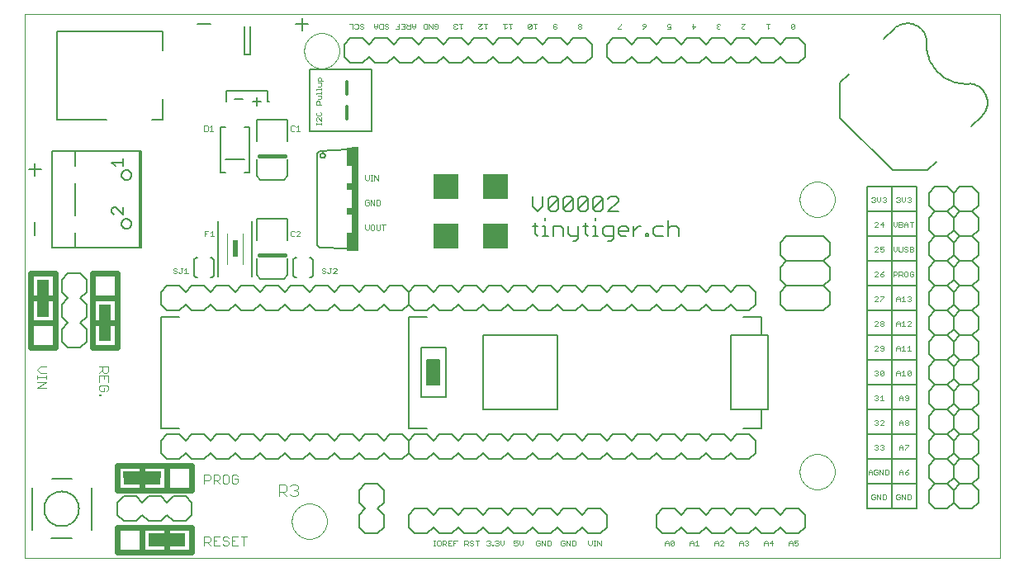
<source format=gto>
G75*
G70*
%OFA0B0*%
%FSLAX24Y24*%
%IPPOS*%
%LPD*%
%AMOC8*
5,1,8,0,0,1.08239X$1,22.5*
%
%ADD10C,0.0000*%
%ADD11C,0.0070*%
%ADD12C,0.0240*%
%ADD13R,0.0500X0.1500*%
%ADD14R,0.0500X0.1250*%
%ADD15C,0.0030*%
%ADD16R,0.1250X0.0250*%
%ADD17R,0.1500X0.0250*%
%ADD18R,0.0250X0.0250*%
%ADD19C,0.0080*%
%ADD20C,0.0020*%
%ADD21R,0.1000X0.1000*%
%ADD22C,0.0050*%
%ADD23C,0.0120*%
%ADD24R,0.0500X0.1000*%
%ADD25C,0.0060*%
%ADD26R,0.0300X0.4200*%
%ADD27R,0.0200X0.0750*%
%ADD28R,0.0200X0.0300*%
%ADD29C,0.0157*%
%ADD30C,0.0028*%
%ADD31R,0.0236X0.0709*%
%ADD32R,0.0236X0.0433*%
%ADD33C,0.0040*%
D10*
X000500Y000100D02*
X000500Y022096D01*
X039870Y022096D01*
X039870Y000100D01*
X000500Y000100D01*
X011291Y001600D02*
X011293Y001653D01*
X011299Y001706D01*
X011309Y001758D01*
X011322Y001809D01*
X011340Y001859D01*
X011361Y001908D01*
X011386Y001955D01*
X011414Y001999D01*
X011446Y002042D01*
X011480Y002082D01*
X011518Y002120D01*
X011558Y002154D01*
X011601Y002186D01*
X011646Y002214D01*
X011692Y002239D01*
X011741Y002260D01*
X011791Y002278D01*
X011842Y002291D01*
X011894Y002301D01*
X011947Y002307D01*
X012000Y002309D01*
X012053Y002307D01*
X012106Y002301D01*
X012158Y002291D01*
X012209Y002278D01*
X012259Y002260D01*
X012308Y002239D01*
X012355Y002214D01*
X012399Y002186D01*
X012442Y002154D01*
X012482Y002120D01*
X012520Y002082D01*
X012554Y002042D01*
X012586Y001999D01*
X012614Y001954D01*
X012639Y001908D01*
X012660Y001859D01*
X012678Y001809D01*
X012691Y001758D01*
X012701Y001706D01*
X012707Y001653D01*
X012709Y001600D01*
X012707Y001547D01*
X012701Y001494D01*
X012691Y001442D01*
X012678Y001391D01*
X012660Y001341D01*
X012639Y001292D01*
X012614Y001245D01*
X012586Y001201D01*
X012554Y001158D01*
X012520Y001118D01*
X012482Y001080D01*
X012442Y001046D01*
X012399Y001014D01*
X012354Y000986D01*
X012308Y000961D01*
X012259Y000940D01*
X012209Y000922D01*
X012158Y000909D01*
X012106Y000899D01*
X012053Y000893D01*
X012000Y000891D01*
X011947Y000893D01*
X011894Y000899D01*
X011842Y000909D01*
X011791Y000922D01*
X011741Y000940D01*
X011692Y000961D01*
X011645Y000986D01*
X011601Y001014D01*
X011558Y001046D01*
X011518Y001080D01*
X011480Y001118D01*
X011446Y001158D01*
X011414Y001201D01*
X011386Y001246D01*
X011361Y001292D01*
X011340Y001341D01*
X011322Y001391D01*
X011309Y001442D01*
X011299Y001494D01*
X011293Y001547D01*
X011291Y001600D01*
X031791Y003600D02*
X031793Y003653D01*
X031799Y003706D01*
X031809Y003758D01*
X031822Y003809D01*
X031840Y003859D01*
X031861Y003908D01*
X031886Y003955D01*
X031914Y003999D01*
X031946Y004042D01*
X031980Y004082D01*
X032018Y004120D01*
X032058Y004154D01*
X032101Y004186D01*
X032146Y004214D01*
X032192Y004239D01*
X032241Y004260D01*
X032291Y004278D01*
X032342Y004291D01*
X032394Y004301D01*
X032447Y004307D01*
X032500Y004309D01*
X032553Y004307D01*
X032606Y004301D01*
X032658Y004291D01*
X032709Y004278D01*
X032759Y004260D01*
X032808Y004239D01*
X032855Y004214D01*
X032899Y004186D01*
X032942Y004154D01*
X032982Y004120D01*
X033020Y004082D01*
X033054Y004042D01*
X033086Y003999D01*
X033114Y003954D01*
X033139Y003908D01*
X033160Y003859D01*
X033178Y003809D01*
X033191Y003758D01*
X033201Y003706D01*
X033207Y003653D01*
X033209Y003600D01*
X033207Y003547D01*
X033201Y003494D01*
X033191Y003442D01*
X033178Y003391D01*
X033160Y003341D01*
X033139Y003292D01*
X033114Y003245D01*
X033086Y003201D01*
X033054Y003158D01*
X033020Y003118D01*
X032982Y003080D01*
X032942Y003046D01*
X032899Y003014D01*
X032854Y002986D01*
X032808Y002961D01*
X032759Y002940D01*
X032709Y002922D01*
X032658Y002909D01*
X032606Y002899D01*
X032553Y002893D01*
X032500Y002891D01*
X032447Y002893D01*
X032394Y002899D01*
X032342Y002909D01*
X032291Y002922D01*
X032241Y002940D01*
X032192Y002961D01*
X032145Y002986D01*
X032101Y003014D01*
X032058Y003046D01*
X032018Y003080D01*
X031980Y003118D01*
X031946Y003158D01*
X031914Y003201D01*
X031886Y003246D01*
X031861Y003292D01*
X031840Y003341D01*
X031822Y003391D01*
X031809Y003442D01*
X031799Y003494D01*
X031793Y003547D01*
X031791Y003600D01*
X031791Y014600D02*
X031793Y014653D01*
X031799Y014706D01*
X031809Y014758D01*
X031822Y014809D01*
X031840Y014859D01*
X031861Y014908D01*
X031886Y014955D01*
X031914Y014999D01*
X031946Y015042D01*
X031980Y015082D01*
X032018Y015120D01*
X032058Y015154D01*
X032101Y015186D01*
X032146Y015214D01*
X032192Y015239D01*
X032241Y015260D01*
X032291Y015278D01*
X032342Y015291D01*
X032394Y015301D01*
X032447Y015307D01*
X032500Y015309D01*
X032553Y015307D01*
X032606Y015301D01*
X032658Y015291D01*
X032709Y015278D01*
X032759Y015260D01*
X032808Y015239D01*
X032855Y015214D01*
X032899Y015186D01*
X032942Y015154D01*
X032982Y015120D01*
X033020Y015082D01*
X033054Y015042D01*
X033086Y014999D01*
X033114Y014954D01*
X033139Y014908D01*
X033160Y014859D01*
X033178Y014809D01*
X033191Y014758D01*
X033201Y014706D01*
X033207Y014653D01*
X033209Y014600D01*
X033207Y014547D01*
X033201Y014494D01*
X033191Y014442D01*
X033178Y014391D01*
X033160Y014341D01*
X033139Y014292D01*
X033114Y014245D01*
X033086Y014201D01*
X033054Y014158D01*
X033020Y014118D01*
X032982Y014080D01*
X032942Y014046D01*
X032899Y014014D01*
X032854Y013986D01*
X032808Y013961D01*
X032759Y013940D01*
X032709Y013922D01*
X032658Y013909D01*
X032606Y013899D01*
X032553Y013893D01*
X032500Y013891D01*
X032447Y013893D01*
X032394Y013899D01*
X032342Y013909D01*
X032291Y013922D01*
X032241Y013940D01*
X032192Y013961D01*
X032145Y013986D01*
X032101Y014014D01*
X032058Y014046D01*
X032018Y014080D01*
X031980Y014118D01*
X031946Y014158D01*
X031914Y014201D01*
X031886Y014246D01*
X031861Y014292D01*
X031840Y014341D01*
X031822Y014391D01*
X031809Y014442D01*
X031799Y014494D01*
X031793Y014547D01*
X031791Y014600D01*
X011791Y020600D02*
X011793Y020653D01*
X011799Y020706D01*
X011809Y020758D01*
X011822Y020809D01*
X011840Y020859D01*
X011861Y020908D01*
X011886Y020955D01*
X011914Y020999D01*
X011946Y021042D01*
X011980Y021082D01*
X012018Y021120D01*
X012058Y021154D01*
X012101Y021186D01*
X012146Y021214D01*
X012192Y021239D01*
X012241Y021260D01*
X012291Y021278D01*
X012342Y021291D01*
X012394Y021301D01*
X012447Y021307D01*
X012500Y021309D01*
X012553Y021307D01*
X012606Y021301D01*
X012658Y021291D01*
X012709Y021278D01*
X012759Y021260D01*
X012808Y021239D01*
X012855Y021214D01*
X012899Y021186D01*
X012942Y021154D01*
X012982Y021120D01*
X013020Y021082D01*
X013054Y021042D01*
X013086Y020999D01*
X013114Y020954D01*
X013139Y020908D01*
X013160Y020859D01*
X013178Y020809D01*
X013191Y020758D01*
X013201Y020706D01*
X013207Y020653D01*
X013209Y020600D01*
X013207Y020547D01*
X013201Y020494D01*
X013191Y020442D01*
X013178Y020391D01*
X013160Y020341D01*
X013139Y020292D01*
X013114Y020245D01*
X013086Y020201D01*
X013054Y020158D01*
X013020Y020118D01*
X012982Y020080D01*
X012942Y020046D01*
X012899Y020014D01*
X012854Y019986D01*
X012808Y019961D01*
X012759Y019940D01*
X012709Y019922D01*
X012658Y019909D01*
X012606Y019899D01*
X012553Y019893D01*
X012500Y019891D01*
X012447Y019893D01*
X012394Y019899D01*
X012342Y019909D01*
X012291Y019922D01*
X012241Y019940D01*
X012192Y019961D01*
X012145Y019986D01*
X012101Y020014D01*
X012058Y020046D01*
X012018Y020080D01*
X011980Y020118D01*
X011946Y020158D01*
X011914Y020201D01*
X011886Y020246D01*
X011861Y020292D01*
X011840Y020341D01*
X011822Y020391D01*
X011809Y020442D01*
X011799Y020494D01*
X011793Y020547D01*
X011791Y020600D01*
D11*
X011701Y021406D02*
X011701Y021933D01*
X011438Y021670D02*
X011965Y021670D01*
X008006Y021670D02*
X007479Y021670D01*
X008972Y018634D02*
X009299Y018634D01*
X009726Y018555D02*
X010053Y018555D01*
X009890Y018718D02*
X009890Y018392D01*
X001194Y015801D02*
X000667Y015801D01*
X000930Y015538D02*
X000930Y016065D01*
X000930Y013689D02*
X000930Y013162D01*
D12*
X000750Y011600D02*
X000750Y010600D01*
X001750Y010600D01*
X001750Y011600D01*
X000750Y011600D01*
X000750Y010600D02*
X000750Y009600D01*
X001750Y009600D01*
X001750Y008600D01*
X000750Y008600D01*
X000750Y009600D01*
X001750Y009600D02*
X001750Y010600D01*
X003250Y010600D02*
X003250Y009600D01*
X004250Y009600D01*
X004250Y010600D01*
X003250Y010600D01*
X003250Y011600D01*
X004250Y011600D01*
X004250Y010600D01*
X004250Y009600D02*
X004250Y008600D01*
X003250Y008600D01*
X003250Y009600D01*
X004250Y003850D02*
X005250Y003850D01*
X005250Y002850D01*
X006250Y002850D01*
X006250Y003850D01*
X005250Y003850D01*
X006250Y003850D02*
X007250Y003850D01*
X007250Y002850D01*
X006250Y002850D01*
X005250Y002850D02*
X004250Y002850D01*
X004250Y003850D01*
X004250Y001350D02*
X004250Y000350D01*
X005250Y000350D01*
X005250Y001350D01*
X006250Y001350D01*
X006250Y000350D01*
X005250Y000350D01*
X006250Y000350D02*
X007250Y000350D01*
X007250Y001350D01*
X006250Y001350D01*
X005250Y001350D02*
X004250Y001350D01*
D13*
X003750Y009600D03*
X001250Y010600D03*
D14*
X001250Y010475D03*
D15*
X001138Y007835D02*
X001015Y007712D01*
X001138Y007588D01*
X001385Y007588D01*
X001385Y007467D02*
X001385Y007343D01*
X001385Y007405D02*
X001015Y007405D01*
X001015Y007467D02*
X001015Y007343D01*
X001015Y007221D02*
X001385Y007221D01*
X001015Y006974D01*
X001385Y006974D01*
X001385Y007835D02*
X001138Y007835D01*
X003515Y007835D02*
X003885Y007835D01*
X003885Y007650D01*
X003824Y007588D01*
X003700Y007588D01*
X003638Y007650D01*
X003638Y007835D01*
X003638Y007712D02*
X003515Y007588D01*
X003515Y007467D02*
X003515Y007220D01*
X003577Y007098D02*
X003515Y007037D01*
X003515Y006913D01*
X003577Y006851D01*
X003700Y006851D01*
X003700Y006975D01*
X003577Y007098D02*
X003824Y007098D01*
X003885Y007037D01*
X003885Y006913D01*
X003824Y006851D01*
X003577Y006730D02*
X003577Y006668D01*
X003515Y006668D01*
X003515Y006730D01*
X003577Y006730D01*
X003885Y007220D02*
X003885Y007467D01*
X003515Y007467D01*
X003700Y007467D02*
X003700Y007343D01*
X007765Y003485D02*
X007950Y003485D01*
X008012Y003424D01*
X008012Y003300D01*
X007950Y003238D01*
X007765Y003238D01*
X007765Y003115D02*
X007765Y003485D01*
X008133Y003485D02*
X008318Y003485D01*
X008380Y003424D01*
X008380Y003300D01*
X008318Y003238D01*
X008133Y003238D01*
X008133Y003115D02*
X008133Y003485D01*
X008257Y003238D02*
X008380Y003115D01*
X008502Y003177D02*
X008563Y003115D01*
X008687Y003115D01*
X008749Y003177D01*
X008749Y003424D01*
X008687Y003485D01*
X008563Y003485D01*
X008502Y003424D01*
X008502Y003177D01*
X008870Y003177D02*
X008932Y003115D01*
X009055Y003115D01*
X009117Y003177D01*
X009117Y003300D01*
X008993Y003300D01*
X008870Y003177D02*
X008870Y003424D01*
X008932Y003485D01*
X009055Y003485D01*
X009117Y003424D01*
X009117Y000985D02*
X008870Y000985D01*
X008870Y000615D01*
X009117Y000615D01*
X008993Y000800D02*
X008870Y000800D01*
X008749Y000738D02*
X008749Y000677D01*
X008687Y000615D01*
X008563Y000615D01*
X008502Y000677D01*
X008380Y000615D02*
X008133Y000615D01*
X008133Y000985D01*
X008380Y000985D01*
X008502Y000924D02*
X008502Y000862D01*
X008563Y000800D01*
X008687Y000800D01*
X008749Y000738D01*
X008749Y000924D02*
X008687Y000985D01*
X008563Y000985D01*
X008502Y000924D01*
X008257Y000800D02*
X008133Y000800D01*
X008012Y000800D02*
X008012Y000924D01*
X007950Y000985D01*
X007765Y000985D01*
X007765Y000615D01*
X007765Y000738D02*
X007950Y000738D01*
X008012Y000800D01*
X007888Y000738D02*
X008012Y000615D01*
X009238Y000985D02*
X009485Y000985D01*
X009362Y000985D02*
X009362Y000615D01*
D16*
X005375Y003475D03*
D17*
X005250Y003225D03*
X006250Y000975D03*
X006250Y000725D03*
D18*
X004625Y003475D03*
D19*
X004500Y002600D02*
X005000Y002600D01*
X005250Y002350D01*
X005500Y002600D01*
X006000Y002600D01*
X006250Y002350D01*
X006500Y002600D01*
X007000Y002600D01*
X007250Y002350D01*
X007250Y001850D01*
X007000Y001600D01*
X006500Y001600D01*
X006250Y001850D01*
X006000Y001600D01*
X005500Y001600D01*
X005250Y001850D01*
X005000Y001600D01*
X004500Y001600D01*
X004250Y001850D01*
X004250Y002350D01*
X004500Y002600D01*
X003200Y002950D02*
X003200Y001250D01*
X002400Y000900D02*
X001595Y000900D01*
X000800Y001250D02*
X000800Y002950D01*
X001607Y003300D02*
X002400Y003300D01*
X001300Y002100D02*
X001302Y002152D01*
X001308Y002204D01*
X001318Y002256D01*
X001331Y002306D01*
X001348Y002356D01*
X001369Y002404D01*
X001394Y002450D01*
X001422Y002494D01*
X001453Y002536D01*
X001487Y002576D01*
X001524Y002613D01*
X001564Y002647D01*
X001606Y002678D01*
X001650Y002706D01*
X001696Y002731D01*
X001744Y002752D01*
X001794Y002769D01*
X001844Y002782D01*
X001896Y002792D01*
X001948Y002798D01*
X002000Y002800D01*
X002052Y002798D01*
X002104Y002792D01*
X002156Y002782D01*
X002206Y002769D01*
X002256Y002752D01*
X002304Y002731D01*
X002350Y002706D01*
X002394Y002678D01*
X002436Y002647D01*
X002476Y002613D01*
X002513Y002576D01*
X002547Y002536D01*
X002578Y002494D01*
X002606Y002450D01*
X002631Y002404D01*
X002652Y002356D01*
X002669Y002306D01*
X002682Y002256D01*
X002692Y002204D01*
X002698Y002152D01*
X002700Y002100D01*
X002698Y002048D01*
X002692Y001996D01*
X002682Y001944D01*
X002669Y001894D01*
X002652Y001844D01*
X002631Y001796D01*
X002606Y001750D01*
X002578Y001706D01*
X002547Y001664D01*
X002513Y001624D01*
X002476Y001587D01*
X002436Y001553D01*
X002394Y001522D01*
X002350Y001494D01*
X002304Y001469D01*
X002256Y001448D01*
X002206Y001431D01*
X002156Y001418D01*
X002104Y001408D01*
X002052Y001402D01*
X002000Y001400D01*
X001948Y001402D01*
X001896Y001408D01*
X001844Y001418D01*
X001794Y001431D01*
X001744Y001448D01*
X001696Y001469D01*
X001650Y001494D01*
X001606Y001522D01*
X001564Y001553D01*
X001524Y001587D01*
X001487Y001624D01*
X001453Y001664D01*
X001422Y001706D01*
X001394Y001750D01*
X001369Y001796D01*
X001348Y001844D01*
X001331Y001894D01*
X001318Y001944D01*
X001308Y001996D01*
X001302Y002048D01*
X001300Y002100D01*
X006000Y004350D02*
X006250Y004100D01*
X006750Y004100D01*
X007000Y004350D01*
X007250Y004100D01*
X007750Y004100D01*
X008000Y004350D01*
X008250Y004100D01*
X008750Y004100D01*
X009000Y004350D01*
X009250Y004100D01*
X009750Y004100D01*
X010000Y004350D01*
X010250Y004100D01*
X010750Y004100D01*
X011000Y004350D01*
X011250Y004100D01*
X011750Y004100D01*
X012000Y004350D01*
X012250Y004100D01*
X012750Y004100D01*
X013000Y004350D01*
X013250Y004100D01*
X013750Y004100D01*
X014000Y004350D01*
X014250Y004100D01*
X014750Y004100D01*
X015000Y004350D01*
X015250Y004100D01*
X015750Y004100D01*
X016000Y004350D01*
X016000Y004850D01*
X015750Y005100D01*
X015250Y005100D01*
X015000Y004850D01*
X014750Y005100D01*
X014250Y005100D01*
X014000Y004850D01*
X013750Y005100D01*
X013250Y005100D01*
X013000Y004850D01*
X012750Y005100D01*
X012250Y005100D01*
X012000Y004850D01*
X011750Y005100D01*
X011250Y005100D01*
X011000Y004850D01*
X010750Y005100D01*
X010250Y005100D01*
X010000Y004850D01*
X009750Y005100D01*
X009250Y005100D01*
X009000Y004850D01*
X008750Y005100D01*
X008250Y005100D01*
X008000Y004850D01*
X007750Y005100D01*
X007250Y005100D01*
X007000Y004850D01*
X006750Y005100D01*
X006250Y005100D01*
X006000Y004850D01*
X006000Y004350D01*
X006000Y005350D02*
X006750Y005350D01*
X006000Y005350D02*
X006000Y009850D01*
X006750Y009850D01*
X006750Y010100D02*
X006250Y010100D01*
X006000Y010350D01*
X006000Y010850D01*
X006250Y011100D01*
X006750Y011100D01*
X007000Y010850D01*
X007250Y011100D01*
X007750Y011100D01*
X008000Y010850D01*
X008250Y011100D01*
X008750Y011100D01*
X009000Y010850D01*
X009250Y011100D01*
X009750Y011100D01*
X010000Y010850D01*
X010250Y011100D01*
X010750Y011100D01*
X011000Y010850D01*
X011250Y011100D01*
X011750Y011100D01*
X012000Y010850D01*
X012250Y011100D01*
X012750Y011100D01*
X013000Y010850D01*
X013250Y011100D01*
X013750Y011100D01*
X014000Y010850D01*
X014250Y011100D01*
X014750Y011100D01*
X015000Y010850D01*
X015250Y011100D01*
X015750Y011100D01*
X016000Y010850D01*
X016000Y010350D01*
X015750Y010100D01*
X015250Y010100D01*
X015000Y010350D01*
X014750Y010100D01*
X014250Y010100D01*
X014000Y010350D01*
X013750Y010100D01*
X013250Y010100D01*
X013000Y010350D01*
X012750Y010100D01*
X012250Y010100D01*
X012000Y010350D01*
X011750Y010100D01*
X011250Y010100D01*
X011000Y010350D01*
X010750Y010100D01*
X010250Y010100D01*
X010000Y010350D01*
X009750Y010100D01*
X009250Y010100D01*
X009000Y010350D01*
X008750Y010100D01*
X008250Y010100D01*
X008000Y010350D01*
X007750Y010100D01*
X007250Y010100D01*
X007000Y010350D01*
X006750Y010100D01*
X007356Y011535D02*
X007356Y012165D01*
X007357Y012165D02*
X007363Y012183D01*
X007372Y012201D01*
X007384Y012216D01*
X007400Y012228D01*
X007417Y012237D01*
X007436Y012243D01*
X007455Y012245D01*
X007475Y012243D01*
X008025Y012243D02*
X008043Y012245D01*
X008060Y012244D01*
X008077Y012240D01*
X008093Y012233D01*
X008108Y012223D01*
X008120Y012211D01*
X008130Y012197D01*
X008138Y012181D01*
X008143Y012165D01*
X008144Y012165D02*
X008144Y011535D01*
X008143Y011535D02*
X008138Y011519D01*
X008130Y011503D01*
X008120Y011489D01*
X008108Y011477D01*
X008093Y011467D01*
X008077Y011460D01*
X008060Y011456D01*
X008043Y011455D01*
X008025Y011457D01*
X007475Y011457D02*
X007455Y011455D01*
X007436Y011457D01*
X007417Y011463D01*
X007400Y011472D01*
X007384Y011484D01*
X007372Y011499D01*
X007363Y011517D01*
X007357Y011535D01*
X009890Y011537D02*
X010028Y011380D01*
X010992Y011380D01*
X011110Y011537D01*
X011110Y012206D01*
X011356Y012165D02*
X011356Y011535D01*
X011357Y011535D02*
X011363Y011517D01*
X011372Y011499D01*
X011384Y011484D01*
X011400Y011472D01*
X011417Y011463D01*
X011436Y011457D01*
X011455Y011455D01*
X011475Y011457D01*
X012025Y011457D02*
X012043Y011455D01*
X012060Y011456D01*
X012077Y011460D01*
X012093Y011467D01*
X012108Y011477D01*
X012120Y011489D01*
X012130Y011503D01*
X012138Y011519D01*
X012143Y011535D01*
X012144Y011535D02*
X012144Y012165D01*
X012143Y012165D02*
X012138Y012181D01*
X012130Y012197D01*
X012120Y012211D01*
X012108Y012223D01*
X012093Y012233D01*
X012077Y012240D01*
X012060Y012244D01*
X012043Y012245D01*
X012025Y012243D01*
X011475Y012243D02*
X011455Y012245D01*
X011436Y012243D01*
X011417Y012237D01*
X011400Y012228D01*
X011384Y012216D01*
X011372Y012201D01*
X011363Y012183D01*
X011357Y012165D01*
X011110Y012954D02*
X011110Y013820D01*
X009870Y013820D01*
X009870Y012954D01*
X009890Y012206D02*
X009890Y011537D01*
X016000Y010850D02*
X016000Y010350D01*
X016250Y010100D01*
X016750Y010100D01*
X017000Y010350D01*
X017250Y010100D01*
X017750Y010100D01*
X018000Y010350D01*
X018250Y010100D01*
X018750Y010100D01*
X019000Y010350D01*
X019250Y010100D01*
X019750Y010100D01*
X020000Y010350D01*
X020250Y010100D01*
X020750Y010100D01*
X021000Y010350D01*
X021250Y010100D01*
X021750Y010100D01*
X022000Y010350D01*
X022250Y010100D01*
X022750Y010100D01*
X023000Y010350D01*
X023250Y010100D01*
X023750Y010100D01*
X024000Y010350D01*
X024250Y010100D01*
X024750Y010100D01*
X025000Y010350D01*
X025250Y010100D01*
X025750Y010100D01*
X026000Y010350D01*
X026250Y010100D01*
X026750Y010100D01*
X027000Y010350D01*
X027250Y010100D01*
X027750Y010100D01*
X028000Y010350D01*
X028250Y010100D01*
X028750Y010100D01*
X029000Y010350D01*
X029250Y010100D01*
X029750Y010100D01*
X030000Y010350D01*
X030000Y010850D01*
X029750Y011100D01*
X029250Y011100D01*
X029000Y010850D01*
X028750Y011100D01*
X028250Y011100D01*
X028000Y010850D01*
X027750Y011100D01*
X027250Y011100D01*
X027000Y010850D01*
X026750Y011100D01*
X026250Y011100D01*
X026000Y010850D01*
X025750Y011100D01*
X025250Y011100D01*
X025000Y010850D01*
X024750Y011100D01*
X024250Y011100D01*
X024000Y010850D01*
X023750Y011100D01*
X023250Y011100D01*
X023000Y010850D01*
X022750Y011100D01*
X022250Y011100D01*
X022000Y010850D01*
X021750Y011100D01*
X021250Y011100D01*
X021000Y010850D01*
X020750Y011100D01*
X020250Y011100D01*
X020000Y010850D01*
X019750Y011100D01*
X019250Y011100D01*
X019000Y010850D01*
X018750Y011100D01*
X018250Y011100D01*
X018000Y010850D01*
X017750Y011100D01*
X017250Y011100D01*
X017000Y010850D01*
X016750Y011100D01*
X016250Y011100D01*
X016000Y010850D01*
X016000Y009850D02*
X016750Y009850D01*
X016000Y009850D02*
X016000Y005350D01*
X016750Y005350D01*
X016750Y005100D02*
X016250Y005100D01*
X016000Y004850D01*
X016000Y004350D01*
X016250Y004100D01*
X016750Y004100D01*
X017000Y004350D01*
X017250Y004100D01*
X017750Y004100D01*
X018000Y004350D01*
X018250Y004100D01*
X018750Y004100D01*
X019000Y004350D01*
X019250Y004100D01*
X019750Y004100D01*
X020000Y004350D01*
X020250Y004100D01*
X020750Y004100D01*
X021000Y004350D01*
X021250Y004100D01*
X021750Y004100D01*
X022000Y004350D01*
X022250Y004100D01*
X022750Y004100D01*
X023000Y004350D01*
X023250Y004100D01*
X023750Y004100D01*
X024000Y004350D01*
X024250Y004100D01*
X024750Y004100D01*
X025000Y004350D01*
X025250Y004100D01*
X025750Y004100D01*
X026000Y004350D01*
X026250Y004100D01*
X026750Y004100D01*
X027000Y004350D01*
X027250Y004100D01*
X027750Y004100D01*
X028000Y004350D01*
X028250Y004100D01*
X028750Y004100D01*
X029000Y004350D01*
X029250Y004100D01*
X029750Y004100D01*
X030000Y004350D01*
X030000Y004850D01*
X029750Y005100D01*
X029250Y005100D01*
X029000Y004850D01*
X028750Y005100D01*
X028250Y005100D01*
X028000Y004850D01*
X027750Y005100D01*
X027250Y005100D01*
X027000Y004850D01*
X026750Y005100D01*
X026250Y005100D01*
X026000Y004850D01*
X025750Y005100D01*
X025250Y005100D01*
X025000Y004850D01*
X024750Y005100D01*
X024250Y005100D01*
X024000Y004850D01*
X023750Y005100D01*
X023250Y005100D01*
X023000Y004850D01*
X022750Y005100D01*
X022250Y005100D01*
X022000Y004850D01*
X021750Y005100D01*
X021250Y005100D01*
X021000Y004850D01*
X020750Y005100D01*
X020250Y005100D01*
X020000Y004850D01*
X019750Y005100D01*
X019250Y005100D01*
X019000Y004850D01*
X018750Y005100D01*
X018250Y005100D01*
X018000Y004850D01*
X017750Y005100D01*
X017250Y005100D01*
X017000Y004850D01*
X016750Y005100D01*
X019000Y006100D02*
X019000Y009100D01*
X022000Y009100D01*
X022000Y006100D01*
X019000Y006100D01*
X017500Y006600D02*
X017500Y008600D01*
X016500Y008600D01*
X016500Y006600D01*
X017500Y006600D01*
X017250Y007100D02*
X016750Y007100D01*
X016750Y008100D01*
X017250Y008100D01*
X017250Y007100D01*
X014750Y003100D02*
X014250Y003100D01*
X014000Y002850D01*
X014000Y002350D01*
X014250Y002100D01*
X014000Y001850D01*
X014000Y001350D01*
X014250Y001100D01*
X014750Y001100D01*
X015000Y001350D01*
X015000Y001850D01*
X014750Y002100D01*
X015000Y002350D01*
X015000Y002850D01*
X014750Y003100D01*
X016000Y001850D02*
X016250Y002100D01*
X016750Y002100D01*
X017000Y001850D01*
X017250Y002100D01*
X017750Y002100D01*
X018000Y001850D01*
X018250Y002100D01*
X018750Y002100D01*
X019000Y001850D01*
X019250Y002100D01*
X019750Y002100D01*
X020000Y001850D01*
X020250Y002100D01*
X020750Y002100D01*
X021000Y001850D01*
X021250Y002100D01*
X021750Y002100D01*
X022000Y001850D01*
X022250Y002100D01*
X022750Y002100D01*
X023000Y001850D01*
X023250Y002100D01*
X023750Y002100D01*
X024000Y001850D01*
X024000Y001350D01*
X023750Y001100D01*
X023250Y001100D01*
X023000Y001350D01*
X022750Y001100D01*
X022250Y001100D01*
X022000Y001350D01*
X021750Y001100D01*
X021250Y001100D01*
X021000Y001350D01*
X020750Y001100D01*
X020250Y001100D01*
X020000Y001350D01*
X019750Y001100D01*
X019250Y001100D01*
X019000Y001350D01*
X018750Y001100D01*
X018250Y001100D01*
X018000Y001350D01*
X017750Y001100D01*
X017250Y001100D01*
X017000Y001350D01*
X016750Y001100D01*
X016250Y001100D01*
X016000Y001350D01*
X016000Y001850D01*
X026000Y001850D02*
X026000Y001350D01*
X026250Y001100D01*
X026750Y001100D01*
X027000Y001350D01*
X027250Y001100D01*
X027750Y001100D01*
X028000Y001350D01*
X028250Y001100D01*
X028750Y001100D01*
X029000Y001350D01*
X029250Y001100D01*
X029750Y001100D01*
X030000Y001350D01*
X030250Y001100D01*
X030750Y001100D01*
X031000Y001350D01*
X031250Y001100D01*
X031750Y001100D01*
X032000Y001350D01*
X032000Y001850D01*
X031750Y002100D01*
X031250Y002100D01*
X031000Y001850D01*
X030750Y002100D01*
X030250Y002100D01*
X030000Y001850D01*
X029750Y002100D01*
X029250Y002100D01*
X029000Y001850D01*
X028750Y002100D01*
X028250Y002100D01*
X028000Y001850D01*
X027750Y002100D01*
X027250Y002100D01*
X027000Y001850D01*
X026750Y002100D01*
X026250Y002100D01*
X026000Y001850D01*
X029500Y005350D02*
X030250Y005350D01*
X030250Y006100D01*
X030500Y006100D01*
X030500Y009100D01*
X030250Y009100D01*
X030250Y009850D01*
X029500Y009850D01*
X029000Y009100D02*
X029000Y006100D01*
X030250Y006100D01*
X034500Y006100D02*
X034500Y005100D01*
X036500Y005100D01*
X036500Y004100D01*
X034500Y004100D01*
X034500Y005100D01*
X034500Y004100D02*
X034500Y003100D01*
X036500Y003100D01*
X036500Y002100D01*
X035500Y002100D01*
X035500Y015100D01*
X036500Y015100D01*
X036500Y014100D01*
X034500Y014100D01*
X034500Y013100D01*
X036500Y013100D01*
X036500Y012100D01*
X034500Y012100D01*
X034500Y013100D01*
X034500Y012100D02*
X034500Y011100D01*
X036500Y011100D01*
X036500Y010100D01*
X034500Y010100D01*
X034500Y011100D01*
X034500Y010100D02*
X034500Y009100D01*
X036500Y009100D01*
X036500Y008100D01*
X034500Y008100D01*
X034500Y009100D01*
X034500Y008100D02*
X034500Y007100D01*
X036500Y007100D01*
X036500Y006100D01*
X034500Y006100D01*
X034500Y007100D01*
X036500Y007100D02*
X036500Y008100D01*
X036500Y009100D02*
X036500Y010100D01*
X036500Y011100D02*
X036500Y012100D01*
X036500Y013100D02*
X036500Y014100D01*
X035500Y015100D02*
X034500Y015100D01*
X034500Y014100D01*
X035543Y015772D02*
X036957Y015772D01*
X037311Y016125D01*
X035543Y015772D02*
X033422Y017893D01*
X033422Y019307D01*
X033775Y019661D01*
X032000Y020350D02*
X031750Y020100D01*
X031250Y020100D01*
X031000Y020350D01*
X030750Y020100D01*
X030250Y020100D01*
X030000Y020350D01*
X029750Y020100D01*
X029250Y020100D01*
X029000Y020350D01*
X028750Y020100D01*
X028250Y020100D01*
X028000Y020350D01*
X027750Y020100D01*
X027250Y020100D01*
X027000Y020350D01*
X026750Y020100D01*
X026250Y020100D01*
X026000Y020350D01*
X025750Y020100D01*
X025250Y020100D01*
X025000Y020350D01*
X024750Y020100D01*
X024250Y020100D01*
X024000Y020350D01*
X024000Y020850D01*
X024250Y021100D01*
X024750Y021100D01*
X025000Y020850D01*
X025250Y021100D01*
X025750Y021100D01*
X026000Y020850D01*
X026250Y021100D01*
X026750Y021100D01*
X027000Y020850D01*
X027250Y021100D01*
X027750Y021100D01*
X028000Y020850D01*
X028250Y021100D01*
X028750Y021100D01*
X029000Y020850D01*
X029250Y021100D01*
X029750Y021100D01*
X030000Y020850D01*
X030250Y021100D01*
X030750Y021100D01*
X031000Y020850D01*
X031250Y021100D01*
X031750Y021100D01*
X032000Y020850D01*
X032000Y020350D01*
X035189Y021075D02*
X035614Y021499D01*
X035656Y021534D01*
X035700Y021567D01*
X035746Y021596D01*
X035794Y021622D01*
X035844Y021644D01*
X035895Y021664D01*
X035947Y021679D01*
X036001Y021691D01*
X036055Y021699D01*
X036109Y021703D01*
X036164Y021704D01*
X036218Y021700D01*
X036273Y021693D01*
X036326Y021683D01*
X036379Y021668D01*
X036431Y021650D01*
X036481Y021628D01*
X036529Y021603D01*
X036576Y021575D01*
X036621Y021543D01*
X036663Y021509D01*
X036703Y021471D01*
X036740Y021431D01*
X036774Y021388D01*
X036805Y021344D01*
X036833Y021297D01*
X036858Y021248D01*
X036879Y021198D01*
X036897Y021146D01*
X036911Y021093D01*
X036921Y021039D01*
X036922Y021039D02*
X036915Y020960D01*
X036912Y020880D01*
X036913Y020801D01*
X036918Y020721D01*
X036927Y020642D01*
X036940Y020563D01*
X036957Y020486D01*
X036978Y020409D01*
X037003Y020333D01*
X037031Y020258D01*
X037063Y020186D01*
X037098Y020114D01*
X037137Y020045D01*
X037180Y019977D01*
X037225Y019912D01*
X037274Y019849D01*
X037326Y019789D01*
X037381Y019731D01*
X037439Y019676D01*
X037499Y019624D01*
X037562Y019575D01*
X037627Y019530D01*
X037695Y019487D01*
X037764Y019448D01*
X037836Y019413D01*
X037908Y019381D01*
X037983Y019353D01*
X038059Y019328D01*
X038136Y019307D01*
X038213Y019290D01*
X038292Y019277D01*
X038371Y019268D01*
X038451Y019263D01*
X038530Y019262D01*
X038610Y019265D01*
X038689Y019272D01*
X038690Y019272D02*
X038743Y019265D01*
X038796Y019253D01*
X038848Y019238D01*
X038898Y019219D01*
X038948Y019197D01*
X038995Y019171D01*
X039041Y019142D01*
X039084Y019110D01*
X039125Y019075D01*
X039164Y019037D01*
X039200Y018997D01*
X039232Y018954D01*
X039262Y018909D01*
X039289Y018862D01*
X039312Y018813D01*
X039332Y018763D01*
X039348Y018711D01*
X039360Y018659D01*
X039369Y018606D01*
X039374Y018552D01*
X039375Y018498D01*
X039372Y018444D01*
X039366Y018390D01*
X039356Y018337D01*
X039342Y018285D01*
X039324Y018234D01*
X039303Y018184D01*
X039279Y018136D01*
X039251Y018090D01*
X039220Y018045D01*
X039186Y018003D01*
X039149Y017964D01*
X038725Y017539D01*
X030250Y009100D02*
X029000Y009100D01*
X036500Y006100D02*
X036500Y005100D01*
X036500Y004100D02*
X036500Y003100D01*
X035500Y002100D02*
X034500Y002100D01*
X034500Y003100D01*
X011110Y015537D02*
X011110Y016206D01*
X011110Y015537D02*
X010992Y015380D01*
X010028Y015380D01*
X009890Y015537D01*
X009890Y016206D01*
X009394Y016206D02*
X008606Y016206D01*
X008606Y015694D02*
X008429Y015694D01*
X008429Y017506D01*
X008606Y017506D01*
X009394Y017506D02*
X009571Y017506D01*
X009571Y015694D01*
X009394Y015694D01*
X009870Y016954D02*
X009870Y017820D01*
X011110Y017820D01*
X011110Y016954D01*
X012000Y017350D02*
X014500Y017350D01*
X014500Y019850D01*
X012000Y019850D01*
X012000Y017350D01*
X013650Y020100D02*
X013400Y020350D01*
X013400Y020850D01*
X013650Y021100D01*
X014150Y021100D01*
X014400Y020850D01*
X014650Y021100D01*
X015150Y021100D01*
X015400Y020850D01*
X015650Y021100D01*
X016150Y021100D01*
X016400Y020850D01*
X016650Y021100D01*
X017150Y021100D01*
X017400Y020850D01*
X017650Y021100D01*
X018150Y021100D01*
X018400Y020850D01*
X018650Y021100D01*
X019150Y021100D01*
X019400Y020850D01*
X019650Y021100D01*
X020150Y021100D01*
X020400Y020850D01*
X020650Y021100D01*
X021150Y021100D01*
X021400Y020850D01*
X021650Y021100D01*
X022150Y021100D01*
X022400Y020850D01*
X022650Y021100D01*
X023150Y021100D01*
X023400Y020850D01*
X023400Y020350D01*
X023150Y020100D01*
X022650Y020100D01*
X022400Y020350D01*
X022150Y020100D01*
X021650Y020100D01*
X021400Y020350D01*
X021150Y020100D01*
X020650Y020100D01*
X020400Y020350D01*
X020150Y020100D01*
X019650Y020100D01*
X019400Y020350D01*
X019150Y020100D01*
X018650Y020100D01*
X018400Y020350D01*
X018150Y020100D01*
X017650Y020100D01*
X017400Y020350D01*
X017150Y020100D01*
X016650Y020100D01*
X016400Y020350D01*
X016150Y020100D01*
X015650Y020100D01*
X015400Y020350D01*
X015150Y020100D01*
X014650Y020100D01*
X014400Y020350D01*
X014150Y020100D01*
X013650Y020100D01*
X006091Y020624D02*
X006091Y021372D01*
X001799Y021372D01*
X001799Y017828D01*
X003807Y017828D01*
X005657Y017828D02*
X006091Y017828D01*
X006091Y018655D01*
X002750Y011600D02*
X002250Y011600D01*
X002000Y011350D01*
X002000Y010850D01*
X002250Y010600D01*
X002000Y010350D01*
X002000Y009850D01*
X002250Y009600D01*
X002000Y009350D01*
X002000Y008850D01*
X002250Y008600D01*
X002750Y008600D01*
X003000Y008850D01*
X003000Y009350D01*
X002750Y009600D01*
X003000Y009850D01*
X003000Y010350D01*
X002750Y010600D01*
X003000Y010850D01*
X003000Y011350D01*
X002750Y011600D01*
D20*
X006510Y011647D02*
X006547Y011610D01*
X006620Y011610D01*
X006657Y011647D01*
X006657Y011683D01*
X006620Y011720D01*
X006547Y011720D01*
X006510Y011757D01*
X006510Y011793D01*
X006547Y011830D01*
X006620Y011830D01*
X006657Y011793D01*
X006804Y011830D02*
X006878Y011830D01*
X006841Y011830D02*
X006841Y011647D01*
X006804Y011610D01*
X006768Y011610D01*
X006731Y011647D01*
X006952Y011610D02*
X007099Y011610D01*
X007025Y011610D02*
X007025Y011830D01*
X006952Y011757D01*
X007779Y013110D02*
X007779Y013330D01*
X007925Y013330D01*
X008000Y013257D02*
X008073Y013330D01*
X008073Y013110D01*
X008000Y013110D02*
X008146Y013110D01*
X007852Y013220D02*
X007779Y013220D01*
X011260Y013147D02*
X011297Y013110D01*
X011370Y013110D01*
X011407Y013147D01*
X011481Y013110D02*
X011628Y013257D01*
X011628Y013293D01*
X011591Y013330D01*
X011518Y013330D01*
X011481Y013293D01*
X011407Y013293D02*
X011370Y013330D01*
X011297Y013330D01*
X011260Y013293D01*
X011260Y013147D01*
X011481Y013110D02*
X011628Y013110D01*
X012547Y011830D02*
X012510Y011793D01*
X012510Y011757D01*
X012547Y011720D01*
X012620Y011720D01*
X012657Y011683D01*
X012657Y011647D01*
X012620Y011610D01*
X012547Y011610D01*
X012510Y011647D01*
X012547Y011830D02*
X012620Y011830D01*
X012657Y011793D01*
X012804Y011830D02*
X012878Y011830D01*
X012841Y011830D02*
X012841Y011647D01*
X012804Y011610D01*
X012768Y011610D01*
X012731Y011647D01*
X012952Y011610D02*
X013099Y011757D01*
X013099Y011793D01*
X013062Y011830D01*
X012989Y011830D01*
X012952Y011793D01*
X012952Y011610D02*
X013099Y011610D01*
X014333Y013360D02*
X014407Y013433D01*
X014407Y013580D01*
X014481Y013543D02*
X014481Y013397D01*
X014518Y013360D01*
X014591Y013360D01*
X014628Y013397D01*
X014628Y013543D01*
X014591Y013580D01*
X014518Y013580D01*
X014481Y013543D01*
X014702Y013580D02*
X014702Y013397D01*
X014739Y013360D01*
X014812Y013360D01*
X014849Y013397D01*
X014849Y013580D01*
X014923Y013580D02*
X015070Y013580D01*
X014996Y013580D02*
X014996Y013360D01*
X014333Y013360D02*
X014260Y013433D01*
X014260Y013580D01*
X014297Y014360D02*
X014370Y014360D01*
X014407Y014397D01*
X014407Y014470D01*
X014333Y014470D01*
X014260Y014397D02*
X014297Y014360D01*
X014260Y014397D02*
X014260Y014543D01*
X014297Y014580D01*
X014370Y014580D01*
X014407Y014543D01*
X014481Y014580D02*
X014628Y014360D01*
X014628Y014580D01*
X014702Y014580D02*
X014812Y014580D01*
X014849Y014543D01*
X014849Y014397D01*
X014812Y014360D01*
X014702Y014360D01*
X014702Y014580D01*
X014481Y014580D02*
X014481Y014360D01*
X014481Y015360D02*
X014554Y015360D01*
X014518Y015360D02*
X014518Y015580D01*
X014554Y015580D02*
X014481Y015580D01*
X014407Y015580D02*
X014407Y015433D01*
X014333Y015360D01*
X014260Y015433D01*
X014260Y015580D01*
X014628Y015580D02*
X014775Y015360D01*
X014775Y015580D01*
X014628Y015580D02*
X014628Y015360D01*
X011628Y017360D02*
X011481Y017360D01*
X011554Y017360D02*
X011554Y017580D01*
X011481Y017507D01*
X011407Y017543D02*
X011370Y017580D01*
X011297Y017580D01*
X011260Y017543D01*
X011260Y017397D01*
X011297Y017360D01*
X011370Y017360D01*
X011407Y017397D01*
X012270Y017610D02*
X012270Y017683D01*
X012270Y017647D02*
X012490Y017647D01*
X012490Y017683D02*
X012490Y017610D01*
X012490Y017757D02*
X012343Y017904D01*
X012307Y017904D01*
X012270Y017867D01*
X012270Y017794D01*
X012307Y017757D01*
X012490Y017757D02*
X012490Y017904D01*
X012453Y017978D02*
X012490Y018015D01*
X012490Y018088D01*
X012453Y018125D01*
X012307Y018125D02*
X012270Y018088D01*
X012270Y018015D01*
X012307Y017978D01*
X012453Y017978D01*
X012417Y018420D02*
X012417Y018530D01*
X012380Y018567D01*
X012307Y018567D01*
X012270Y018530D01*
X012270Y018420D01*
X012490Y018420D01*
X012453Y018641D02*
X012490Y018678D01*
X012490Y018788D01*
X012343Y018788D01*
X012270Y018862D02*
X012270Y018899D01*
X012490Y018899D01*
X012490Y018862D02*
X012490Y018936D01*
X012490Y019010D02*
X012490Y019083D01*
X012490Y019046D02*
X012270Y019046D01*
X012270Y019010D01*
X012343Y019157D02*
X012453Y019157D01*
X012490Y019194D01*
X012490Y019304D01*
X012343Y019304D01*
X012343Y019378D02*
X012343Y019488D01*
X012380Y019525D01*
X012453Y019525D01*
X012490Y019488D01*
X012490Y019378D01*
X012563Y019378D02*
X012343Y019378D01*
X012343Y018641D02*
X012453Y018641D01*
X008128Y017360D02*
X007981Y017360D01*
X008054Y017360D02*
X008054Y017580D01*
X007981Y017507D01*
X007907Y017543D02*
X007870Y017580D01*
X007760Y017580D01*
X007760Y017360D01*
X007870Y017360D01*
X007907Y017397D01*
X007907Y017543D01*
X013748Y021470D02*
X013748Y021690D01*
X013601Y021690D01*
X013822Y021653D02*
X013859Y021690D01*
X013932Y021690D01*
X013969Y021653D01*
X013969Y021507D01*
X013932Y021470D01*
X013859Y021470D01*
X013822Y021507D01*
X014043Y021507D02*
X014080Y021470D01*
X014153Y021470D01*
X014190Y021507D01*
X014190Y021543D01*
X014153Y021580D01*
X014080Y021580D01*
X014043Y021617D01*
X014043Y021653D01*
X014080Y021690D01*
X014153Y021690D01*
X014190Y021653D01*
X014601Y021690D02*
X014601Y021543D01*
X014675Y021470D01*
X014748Y021543D01*
X014748Y021690D01*
X014822Y021653D02*
X014822Y021507D01*
X014859Y021470D01*
X014969Y021470D01*
X014969Y021690D01*
X014859Y021690D01*
X014822Y021653D01*
X014748Y021580D02*
X014601Y021580D01*
X015043Y021617D02*
X015043Y021653D01*
X015080Y021690D01*
X015153Y021690D01*
X015190Y021653D01*
X015153Y021580D02*
X015080Y021580D01*
X015043Y021617D01*
X015043Y021507D02*
X015080Y021470D01*
X015153Y021470D01*
X015190Y021507D01*
X015190Y021543D01*
X015153Y021580D01*
X015480Y021470D02*
X015627Y021470D01*
X015627Y021690D01*
X015701Y021690D02*
X015848Y021690D01*
X015848Y021470D01*
X015701Y021470D01*
X015775Y021580D02*
X015848Y021580D01*
X015922Y021580D02*
X015959Y021617D01*
X016069Y021617D01*
X016069Y021690D02*
X016069Y021470D01*
X015959Y021470D01*
X015922Y021507D01*
X015922Y021580D01*
X015996Y021617D02*
X015922Y021690D01*
X016143Y021690D02*
X016143Y021543D01*
X016217Y021470D01*
X016290Y021543D01*
X016290Y021690D01*
X016290Y021580D02*
X016143Y021580D01*
X016601Y021653D02*
X016601Y021507D01*
X016638Y021470D01*
X016748Y021470D01*
X016748Y021690D01*
X016638Y021690D01*
X016601Y021653D01*
X016822Y021690D02*
X016822Y021470D01*
X016969Y021470D02*
X016822Y021690D01*
X016969Y021690D02*
X016969Y021470D01*
X017043Y021507D02*
X017080Y021470D01*
X017153Y021470D01*
X017190Y021507D01*
X017190Y021653D01*
X017153Y021690D01*
X017080Y021690D01*
X017043Y021653D01*
X017043Y021580D01*
X017117Y021580D01*
X017822Y021617D02*
X017822Y021653D01*
X017859Y021690D01*
X017932Y021690D01*
X017969Y021653D01*
X018043Y021690D02*
X018190Y021690D01*
X018117Y021690D02*
X018117Y021470D01*
X018190Y021543D01*
X017969Y021507D02*
X017932Y021470D01*
X017859Y021470D01*
X017822Y021507D01*
X017822Y021543D01*
X017859Y021580D01*
X017822Y021617D01*
X017859Y021580D02*
X017896Y021580D01*
X018822Y021543D02*
X018822Y021507D01*
X018859Y021470D01*
X018932Y021470D01*
X018969Y021507D01*
X018822Y021543D02*
X018969Y021690D01*
X018822Y021690D01*
X019043Y021690D02*
X019190Y021690D01*
X019117Y021690D02*
X019117Y021470D01*
X019190Y021543D01*
X019822Y021690D02*
X019969Y021690D01*
X019896Y021690D02*
X019896Y021470D01*
X019969Y021543D01*
X020043Y021690D02*
X020190Y021690D01*
X020117Y021690D02*
X020117Y021470D01*
X020190Y021543D01*
X020822Y021507D02*
X020969Y021653D01*
X020932Y021690D01*
X020859Y021690D01*
X020822Y021653D01*
X020822Y021507D01*
X020859Y021470D01*
X020932Y021470D01*
X020969Y021507D01*
X020969Y021653D01*
X021043Y021690D02*
X021190Y021690D01*
X021117Y021690D02*
X021117Y021470D01*
X021190Y021543D01*
X021843Y021507D02*
X021880Y021470D01*
X021953Y021470D01*
X021990Y021507D01*
X021990Y021543D01*
X021953Y021580D01*
X021843Y021580D01*
X021843Y021653D02*
X021843Y021507D01*
X021843Y021653D02*
X021880Y021690D01*
X021953Y021690D01*
X021990Y021653D01*
X022843Y021653D02*
X022880Y021690D01*
X022953Y021690D01*
X022990Y021653D01*
X022990Y021617D01*
X022953Y021580D01*
X022880Y021580D01*
X022843Y021617D01*
X022843Y021653D01*
X022880Y021580D02*
X022843Y021543D01*
X022843Y021507D01*
X022880Y021470D01*
X022953Y021470D01*
X022990Y021507D01*
X022990Y021543D01*
X022953Y021580D01*
X024443Y021507D02*
X024590Y021653D01*
X024590Y021690D01*
X024590Y021470D02*
X024443Y021470D01*
X024443Y021507D01*
X025443Y021470D02*
X025517Y021507D01*
X025590Y021580D01*
X025480Y021580D01*
X025443Y021617D01*
X025443Y021653D01*
X025480Y021690D01*
X025553Y021690D01*
X025590Y021653D01*
X025590Y021580D01*
X026443Y021580D02*
X026443Y021653D01*
X026480Y021690D01*
X026553Y021690D01*
X026590Y021653D01*
X026590Y021580D02*
X026517Y021543D01*
X026480Y021543D01*
X026443Y021580D01*
X026443Y021470D02*
X026590Y021470D01*
X026590Y021580D01*
X027443Y021580D02*
X027590Y021580D01*
X027480Y021470D01*
X027480Y021690D01*
X028443Y021653D02*
X028480Y021690D01*
X028553Y021690D01*
X028590Y021653D01*
X028517Y021580D02*
X028480Y021580D01*
X028443Y021617D01*
X028443Y021653D01*
X028480Y021580D02*
X028443Y021543D01*
X028443Y021507D01*
X028480Y021470D01*
X028553Y021470D01*
X028590Y021507D01*
X029443Y021507D02*
X029480Y021470D01*
X029553Y021470D01*
X029590Y021507D01*
X029443Y021507D02*
X029443Y021543D01*
X029590Y021690D01*
X029443Y021690D01*
X030443Y021690D02*
X030590Y021690D01*
X030517Y021690D02*
X030517Y021470D01*
X030590Y021543D01*
X031443Y021507D02*
X031590Y021653D01*
X031553Y021690D01*
X031480Y021690D01*
X031443Y021653D01*
X031443Y021507D01*
X031480Y021470D01*
X031553Y021470D01*
X031590Y021507D01*
X031590Y021653D01*
X034734Y014690D02*
X034807Y014690D01*
X034844Y014653D01*
X034844Y014617D01*
X034807Y014580D01*
X034844Y014543D01*
X034844Y014507D01*
X034807Y014470D01*
X034734Y014470D01*
X034697Y014507D01*
X034770Y014580D02*
X034807Y014580D01*
X034918Y014543D02*
X034991Y014470D01*
X035065Y014543D01*
X035065Y014690D01*
X035139Y014653D02*
X035176Y014690D01*
X035249Y014690D01*
X035286Y014653D01*
X035286Y014617D01*
X035249Y014580D01*
X035286Y014543D01*
X035286Y014507D01*
X035249Y014470D01*
X035176Y014470D01*
X035139Y014507D01*
X035212Y014580D02*
X035249Y014580D01*
X034918Y014543D02*
X034918Y014690D01*
X034734Y014690D02*
X034697Y014653D01*
X035697Y014653D02*
X035734Y014690D01*
X035807Y014690D01*
X035844Y014653D01*
X035844Y014617D01*
X035807Y014580D01*
X035844Y014543D01*
X035844Y014507D01*
X035807Y014470D01*
X035734Y014470D01*
X035697Y014507D01*
X035770Y014580D02*
X035807Y014580D01*
X035918Y014543D02*
X035991Y014470D01*
X036065Y014543D01*
X036065Y014690D01*
X036139Y014653D02*
X036176Y014690D01*
X036249Y014690D01*
X036286Y014653D01*
X036286Y014617D01*
X036249Y014580D01*
X036286Y014543D01*
X036286Y014507D01*
X036249Y014470D01*
X036176Y014470D01*
X036139Y014507D01*
X036212Y014580D02*
X036249Y014580D01*
X035918Y014543D02*
X035918Y014690D01*
X035907Y013690D02*
X035797Y013690D01*
X035797Y013470D01*
X035907Y013470D01*
X035944Y013507D01*
X035944Y013543D01*
X035907Y013580D01*
X035797Y013580D01*
X035723Y013543D02*
X035723Y013690D01*
X035723Y013543D02*
X035649Y013470D01*
X035576Y013543D01*
X035576Y013690D01*
X035907Y013690D02*
X035944Y013653D01*
X035944Y013617D01*
X035907Y013580D01*
X036018Y013580D02*
X036165Y013580D01*
X036165Y013617D02*
X036165Y013470D01*
X036165Y013617D02*
X036091Y013690D01*
X036018Y013617D01*
X036018Y013470D01*
X036312Y013470D02*
X036312Y013690D01*
X036239Y013690D02*
X036386Y013690D01*
X035186Y013580D02*
X035039Y013580D01*
X035149Y013690D01*
X035149Y013470D01*
X034965Y013470D02*
X034818Y013470D01*
X034965Y013617D01*
X034965Y013653D01*
X034928Y013690D01*
X034855Y013690D01*
X034818Y013653D01*
X034855Y012690D02*
X034818Y012653D01*
X034855Y012690D02*
X034928Y012690D01*
X034965Y012653D01*
X034965Y012617D01*
X034818Y012470D01*
X034965Y012470D01*
X035039Y012507D02*
X035076Y012470D01*
X035149Y012470D01*
X035186Y012507D01*
X035186Y012580D01*
X035149Y012617D01*
X035112Y012617D01*
X035039Y012580D01*
X035039Y012690D01*
X035186Y012690D01*
X035576Y012690D02*
X035576Y012543D01*
X035649Y012470D01*
X035723Y012543D01*
X035723Y012690D01*
X035797Y012690D02*
X035797Y012507D01*
X035834Y012470D01*
X035907Y012470D01*
X035944Y012507D01*
X035944Y012690D01*
X036018Y012653D02*
X036055Y012690D01*
X036128Y012690D01*
X036165Y012653D01*
X036128Y012580D02*
X036165Y012543D01*
X036165Y012507D01*
X036128Y012470D01*
X036055Y012470D01*
X036018Y012507D01*
X036055Y012580D02*
X036128Y012580D01*
X036055Y012580D02*
X036018Y012617D01*
X036018Y012653D01*
X036239Y012690D02*
X036239Y012470D01*
X036349Y012470D01*
X036386Y012507D01*
X036386Y012543D01*
X036349Y012580D01*
X036239Y012580D01*
X036349Y012580D02*
X036386Y012617D01*
X036386Y012653D01*
X036349Y012690D01*
X036239Y012690D01*
X036276Y011690D02*
X036239Y011653D01*
X036239Y011507D01*
X036276Y011470D01*
X036349Y011470D01*
X036386Y011507D01*
X036386Y011580D01*
X036312Y011580D01*
X036386Y011653D02*
X036349Y011690D01*
X036276Y011690D01*
X036165Y011653D02*
X036165Y011507D01*
X036128Y011470D01*
X036055Y011470D01*
X036018Y011507D01*
X036018Y011653D01*
X036055Y011690D01*
X036128Y011690D01*
X036165Y011653D01*
X035944Y011653D02*
X035944Y011580D01*
X035907Y011543D01*
X035797Y011543D01*
X035797Y011470D02*
X035797Y011690D01*
X035907Y011690D01*
X035944Y011653D01*
X035870Y011543D02*
X035944Y011470D01*
X035723Y011580D02*
X035686Y011543D01*
X035576Y011543D01*
X035576Y011470D02*
X035576Y011690D01*
X035686Y011690D01*
X035723Y011653D01*
X035723Y011580D01*
X035186Y011543D02*
X035149Y011580D01*
X035039Y011580D01*
X035039Y011507D01*
X035076Y011470D01*
X035149Y011470D01*
X035186Y011507D01*
X035186Y011543D01*
X035112Y011653D02*
X035039Y011580D01*
X034965Y011617D02*
X034965Y011653D01*
X034928Y011690D01*
X034855Y011690D01*
X034818Y011653D01*
X034965Y011617D02*
X034818Y011470D01*
X034965Y011470D01*
X035112Y011653D02*
X035186Y011690D01*
X035186Y010690D02*
X035039Y010690D01*
X034965Y010653D02*
X034928Y010690D01*
X034855Y010690D01*
X034818Y010653D01*
X034965Y010653D02*
X034965Y010617D01*
X034818Y010470D01*
X034965Y010470D01*
X035039Y010470D02*
X035039Y010507D01*
X035186Y010653D01*
X035186Y010690D01*
X035697Y010617D02*
X035770Y010690D01*
X035844Y010617D01*
X035844Y010470D01*
X035918Y010470D02*
X036065Y010470D01*
X035991Y010470D02*
X035991Y010690D01*
X035918Y010617D01*
X035844Y010580D02*
X035697Y010580D01*
X035697Y010617D02*
X035697Y010470D01*
X036139Y010507D02*
X036176Y010470D01*
X036249Y010470D01*
X036286Y010507D01*
X036286Y010543D01*
X036249Y010580D01*
X036212Y010580D01*
X036249Y010580D02*
X036286Y010617D01*
X036286Y010653D01*
X036249Y010690D01*
X036176Y010690D01*
X036139Y010653D01*
X036176Y009690D02*
X036139Y009653D01*
X036176Y009690D02*
X036249Y009690D01*
X036286Y009653D01*
X036286Y009617D01*
X036139Y009470D01*
X036286Y009470D01*
X036065Y009470D02*
X035918Y009470D01*
X035991Y009470D02*
X035991Y009690D01*
X035918Y009617D01*
X035844Y009617D02*
X035844Y009470D01*
X035844Y009580D02*
X035697Y009580D01*
X035697Y009617D02*
X035770Y009690D01*
X035844Y009617D01*
X035697Y009617D02*
X035697Y009470D01*
X035186Y009507D02*
X035186Y009543D01*
X035149Y009580D01*
X035076Y009580D01*
X035039Y009617D01*
X035039Y009653D01*
X035076Y009690D01*
X035149Y009690D01*
X035186Y009653D01*
X035186Y009617D01*
X035149Y009580D01*
X035076Y009580D02*
X035039Y009543D01*
X035039Y009507D01*
X035076Y009470D01*
X035149Y009470D01*
X035186Y009507D01*
X034965Y009470D02*
X034818Y009470D01*
X034965Y009617D01*
X034965Y009653D01*
X034928Y009690D01*
X034855Y009690D01*
X034818Y009653D01*
X034855Y008690D02*
X034818Y008653D01*
X034855Y008690D02*
X034928Y008690D01*
X034965Y008653D01*
X034965Y008617D01*
X034818Y008470D01*
X034965Y008470D01*
X035039Y008507D02*
X035076Y008470D01*
X035149Y008470D01*
X035186Y008507D01*
X035186Y008653D01*
X035149Y008690D01*
X035076Y008690D01*
X035039Y008653D01*
X035039Y008617D01*
X035076Y008580D01*
X035186Y008580D01*
X035697Y008580D02*
X035844Y008580D01*
X035844Y008617D02*
X035844Y008470D01*
X035918Y008470D02*
X036065Y008470D01*
X035991Y008470D02*
X035991Y008690D01*
X035918Y008617D01*
X035844Y008617D02*
X035770Y008690D01*
X035697Y008617D01*
X035697Y008470D01*
X036139Y008470D02*
X036286Y008470D01*
X036212Y008470D02*
X036212Y008690D01*
X036139Y008617D01*
X036176Y007690D02*
X036249Y007690D01*
X036286Y007653D01*
X036139Y007507D01*
X036176Y007470D01*
X036249Y007470D01*
X036286Y007507D01*
X036286Y007653D01*
X036176Y007690D02*
X036139Y007653D01*
X036139Y007507D01*
X036065Y007470D02*
X035918Y007470D01*
X035991Y007470D02*
X035991Y007690D01*
X035918Y007617D01*
X035844Y007617D02*
X035844Y007470D01*
X035844Y007580D02*
X035697Y007580D01*
X035697Y007617D02*
X035770Y007690D01*
X035844Y007617D01*
X035697Y007617D02*
X035697Y007470D01*
X035186Y007507D02*
X035149Y007470D01*
X035076Y007470D01*
X035039Y007507D01*
X035186Y007653D01*
X035186Y007507D01*
X035186Y007653D02*
X035149Y007690D01*
X035076Y007690D01*
X035039Y007653D01*
X035039Y007507D01*
X034965Y007507D02*
X034928Y007470D01*
X034855Y007470D01*
X034818Y007507D01*
X034891Y007580D02*
X034928Y007580D01*
X034965Y007543D01*
X034965Y007507D01*
X034928Y007580D02*
X034965Y007617D01*
X034965Y007653D01*
X034928Y007690D01*
X034855Y007690D01*
X034818Y007653D01*
X034855Y006690D02*
X034928Y006690D01*
X034965Y006653D01*
X034965Y006617D01*
X034928Y006580D01*
X034965Y006543D01*
X034965Y006507D01*
X034928Y006470D01*
X034855Y006470D01*
X034818Y006507D01*
X034891Y006580D02*
X034928Y006580D01*
X035039Y006617D02*
X035112Y006690D01*
X035112Y006470D01*
X035039Y006470D02*
X035186Y006470D01*
X034855Y006690D02*
X034818Y006653D01*
X035818Y006617D02*
X035818Y006470D01*
X035818Y006580D02*
X035965Y006580D01*
X035965Y006617D02*
X035965Y006470D01*
X036039Y006507D02*
X036076Y006470D01*
X036149Y006470D01*
X036186Y006507D01*
X036186Y006653D01*
X036149Y006690D01*
X036076Y006690D01*
X036039Y006653D01*
X036039Y006617D01*
X036076Y006580D01*
X036186Y006580D01*
X035965Y006617D02*
X035891Y006690D01*
X035818Y006617D01*
X035891Y005690D02*
X035965Y005617D01*
X035965Y005470D01*
X036039Y005507D02*
X036039Y005543D01*
X036076Y005580D01*
X036149Y005580D01*
X036186Y005543D01*
X036186Y005507D01*
X036149Y005470D01*
X036076Y005470D01*
X036039Y005507D01*
X036076Y005580D02*
X036039Y005617D01*
X036039Y005653D01*
X036076Y005690D01*
X036149Y005690D01*
X036186Y005653D01*
X036186Y005617D01*
X036149Y005580D01*
X035965Y005580D02*
X035818Y005580D01*
X035818Y005617D02*
X035891Y005690D01*
X035818Y005617D02*
X035818Y005470D01*
X035186Y005470D02*
X035039Y005470D01*
X035186Y005617D01*
X035186Y005653D01*
X035149Y005690D01*
X035076Y005690D01*
X035039Y005653D01*
X034965Y005653D02*
X034965Y005617D01*
X034928Y005580D01*
X034965Y005543D01*
X034965Y005507D01*
X034928Y005470D01*
X034855Y005470D01*
X034818Y005507D01*
X034891Y005580D02*
X034928Y005580D01*
X034965Y005653D02*
X034928Y005690D01*
X034855Y005690D01*
X034818Y005653D01*
X034855Y004690D02*
X034928Y004690D01*
X034965Y004653D01*
X034965Y004617D01*
X034928Y004580D01*
X034965Y004543D01*
X034965Y004507D01*
X034928Y004470D01*
X034855Y004470D01*
X034818Y004507D01*
X034891Y004580D02*
X034928Y004580D01*
X034818Y004653D02*
X034855Y004690D01*
X035039Y004653D02*
X035076Y004690D01*
X035149Y004690D01*
X035186Y004653D01*
X035186Y004617D01*
X035149Y004580D01*
X035186Y004543D01*
X035186Y004507D01*
X035149Y004470D01*
X035076Y004470D01*
X035039Y004507D01*
X035112Y004580D02*
X035149Y004580D01*
X035818Y004580D02*
X035965Y004580D01*
X035965Y004617D02*
X035965Y004470D01*
X036039Y004470D02*
X036039Y004507D01*
X036186Y004653D01*
X036186Y004690D01*
X036039Y004690D01*
X035965Y004617D02*
X035891Y004690D01*
X035818Y004617D01*
X035818Y004470D01*
X035891Y003690D02*
X035965Y003617D01*
X035965Y003470D01*
X036039Y003507D02*
X036076Y003470D01*
X036149Y003470D01*
X036186Y003507D01*
X036186Y003543D01*
X036149Y003580D01*
X036039Y003580D01*
X036039Y003507D01*
X036039Y003580D02*
X036112Y003653D01*
X036186Y003690D01*
X035965Y003580D02*
X035818Y003580D01*
X035818Y003617D02*
X035891Y003690D01*
X035818Y003617D02*
X035818Y003470D01*
X035386Y003507D02*
X035386Y003653D01*
X035349Y003690D01*
X035239Y003690D01*
X035239Y003470D01*
X035349Y003470D01*
X035386Y003507D01*
X035165Y003470D02*
X035165Y003690D01*
X035018Y003690D02*
X035018Y003470D01*
X034944Y003507D02*
X034944Y003580D01*
X034870Y003580D01*
X034797Y003507D02*
X034834Y003470D01*
X034907Y003470D01*
X034944Y003507D01*
X034944Y003653D02*
X034907Y003690D01*
X034834Y003690D01*
X034797Y003653D01*
X034797Y003507D01*
X034723Y003470D02*
X034723Y003617D01*
X034649Y003690D01*
X034576Y003617D01*
X034576Y003470D01*
X034576Y003580D02*
X034723Y003580D01*
X035018Y003690D02*
X035165Y003470D01*
X035139Y002690D02*
X035249Y002690D01*
X035286Y002653D01*
X035286Y002507D01*
X035249Y002470D01*
X035139Y002470D01*
X035139Y002690D01*
X035065Y002690D02*
X035065Y002470D01*
X034918Y002690D01*
X034918Y002470D01*
X034844Y002507D02*
X034807Y002470D01*
X034734Y002470D01*
X034697Y002507D01*
X034697Y002653D01*
X034734Y002690D01*
X034807Y002690D01*
X034844Y002653D01*
X034844Y002580D02*
X034770Y002580D01*
X034844Y002580D02*
X034844Y002507D01*
X035697Y002507D02*
X035734Y002470D01*
X035807Y002470D01*
X035844Y002507D01*
X035844Y002580D01*
X035770Y002580D01*
X035697Y002653D02*
X035697Y002507D01*
X035697Y002653D02*
X035734Y002690D01*
X035807Y002690D01*
X035844Y002653D01*
X035918Y002690D02*
X036065Y002470D01*
X036065Y002690D01*
X036139Y002690D02*
X036249Y002690D01*
X036286Y002653D01*
X036286Y002507D01*
X036249Y002470D01*
X036139Y002470D01*
X036139Y002690D01*
X035918Y002690D02*
X035918Y002470D01*
X031728Y000830D02*
X031581Y000830D01*
X031581Y000720D01*
X031654Y000757D01*
X031691Y000757D01*
X031728Y000720D01*
X031728Y000647D01*
X031691Y000610D01*
X031618Y000610D01*
X031581Y000647D01*
X031507Y000610D02*
X031507Y000757D01*
X031433Y000830D01*
X031360Y000757D01*
X031360Y000610D01*
X031360Y000720D02*
X031507Y000720D01*
X030728Y000720D02*
X030581Y000720D01*
X030691Y000830D01*
X030691Y000610D01*
X030507Y000610D02*
X030507Y000757D01*
X030433Y000830D01*
X030360Y000757D01*
X030360Y000610D01*
X030360Y000720D02*
X030507Y000720D01*
X029728Y000683D02*
X029728Y000647D01*
X029691Y000610D01*
X029618Y000610D01*
X029581Y000647D01*
X029507Y000610D02*
X029507Y000757D01*
X029433Y000830D01*
X029360Y000757D01*
X029360Y000610D01*
X029360Y000720D02*
X029507Y000720D01*
X029581Y000793D02*
X029618Y000830D01*
X029691Y000830D01*
X029728Y000793D01*
X029728Y000757D01*
X029691Y000720D01*
X029728Y000683D01*
X029691Y000720D02*
X029654Y000720D01*
X028728Y000757D02*
X028728Y000793D01*
X028691Y000830D01*
X028618Y000830D01*
X028581Y000793D01*
X028507Y000757D02*
X028507Y000610D01*
X028581Y000610D02*
X028728Y000757D01*
X028728Y000610D02*
X028581Y000610D01*
X028507Y000720D02*
X028360Y000720D01*
X028360Y000757D02*
X028433Y000830D01*
X028507Y000757D01*
X028360Y000757D02*
X028360Y000610D01*
X027728Y000610D02*
X027581Y000610D01*
X027654Y000610D02*
X027654Y000830D01*
X027581Y000757D01*
X027507Y000757D02*
X027507Y000610D01*
X027507Y000720D02*
X027360Y000720D01*
X027360Y000757D02*
X027433Y000830D01*
X027507Y000757D01*
X027360Y000757D02*
X027360Y000610D01*
X026728Y000647D02*
X026728Y000793D01*
X026581Y000647D01*
X026618Y000610D01*
X026691Y000610D01*
X026728Y000647D01*
X026728Y000793D02*
X026691Y000830D01*
X026618Y000830D01*
X026581Y000793D01*
X026581Y000647D01*
X026507Y000610D02*
X026507Y000757D01*
X026433Y000830D01*
X026360Y000757D01*
X026360Y000610D01*
X026360Y000720D02*
X026507Y000720D01*
X023775Y000610D02*
X023775Y000830D01*
X023628Y000830D02*
X023628Y000610D01*
X023554Y000610D02*
X023481Y000610D01*
X023518Y000610D02*
X023518Y000830D01*
X023554Y000830D02*
X023481Y000830D01*
X023407Y000830D02*
X023407Y000683D01*
X023333Y000610D01*
X023260Y000683D01*
X023260Y000830D01*
X023628Y000830D02*
X023775Y000610D01*
X022749Y000647D02*
X022749Y000793D01*
X022712Y000830D01*
X022602Y000830D01*
X022602Y000610D01*
X022712Y000610D01*
X022749Y000647D01*
X022528Y000610D02*
X022528Y000830D01*
X022381Y000830D02*
X022528Y000610D01*
X022381Y000610D02*
X022381Y000830D01*
X022307Y000793D02*
X022270Y000830D01*
X022197Y000830D01*
X022160Y000793D01*
X022160Y000647D01*
X022197Y000610D01*
X022270Y000610D01*
X022307Y000647D01*
X022307Y000720D01*
X022233Y000720D01*
X021749Y000647D02*
X021749Y000793D01*
X021712Y000830D01*
X021602Y000830D01*
X021602Y000610D01*
X021712Y000610D01*
X021749Y000647D01*
X021528Y000610D02*
X021528Y000830D01*
X021381Y000830D02*
X021528Y000610D01*
X021381Y000610D02*
X021381Y000830D01*
X021307Y000793D02*
X021270Y000830D01*
X021197Y000830D01*
X021160Y000793D01*
X021160Y000647D01*
X021197Y000610D01*
X021270Y000610D01*
X021307Y000647D01*
X021307Y000720D01*
X021233Y000720D01*
X020628Y000683D02*
X020554Y000610D01*
X020481Y000683D01*
X020481Y000830D01*
X020407Y000830D02*
X020260Y000830D01*
X020260Y000720D01*
X020333Y000757D01*
X020370Y000757D01*
X020407Y000720D01*
X020407Y000647D01*
X020370Y000610D01*
X020297Y000610D01*
X020260Y000647D01*
X020628Y000683D02*
X020628Y000830D01*
X019859Y000830D02*
X019859Y000683D01*
X019786Y000610D01*
X019712Y000683D01*
X019712Y000830D01*
X019638Y000793D02*
X019638Y000757D01*
X019602Y000720D01*
X019638Y000683D01*
X019638Y000647D01*
X019602Y000610D01*
X019528Y000610D01*
X019491Y000647D01*
X019418Y000647D02*
X019418Y000610D01*
X019381Y000610D01*
X019381Y000647D01*
X019418Y000647D01*
X019307Y000647D02*
X019307Y000683D01*
X019270Y000720D01*
X019233Y000720D01*
X019270Y000720D02*
X019307Y000757D01*
X019307Y000793D01*
X019270Y000830D01*
X019197Y000830D01*
X019160Y000793D01*
X019160Y000647D02*
X019197Y000610D01*
X019270Y000610D01*
X019307Y000647D01*
X019491Y000793D02*
X019528Y000830D01*
X019602Y000830D01*
X019638Y000793D01*
X019602Y000720D02*
X019565Y000720D01*
X018849Y000830D02*
X018702Y000830D01*
X018775Y000830D02*
X018775Y000610D01*
X018628Y000647D02*
X018591Y000610D01*
X018518Y000610D01*
X018481Y000647D01*
X018518Y000720D02*
X018591Y000720D01*
X018628Y000683D01*
X018628Y000647D01*
X018518Y000720D02*
X018481Y000757D01*
X018481Y000793D01*
X018518Y000830D01*
X018591Y000830D01*
X018628Y000793D01*
X018407Y000793D02*
X018407Y000720D01*
X018370Y000683D01*
X018260Y000683D01*
X018260Y000610D02*
X018260Y000830D01*
X018370Y000830D01*
X018407Y000793D01*
X018333Y000683D02*
X018407Y000610D01*
X017967Y000830D02*
X017820Y000830D01*
X017820Y000610D01*
X017746Y000610D02*
X017599Y000610D01*
X017599Y000830D01*
X017746Y000830D01*
X017673Y000720D02*
X017599Y000720D01*
X017525Y000720D02*
X017488Y000683D01*
X017378Y000683D01*
X017378Y000610D02*
X017378Y000830D01*
X017488Y000830D01*
X017525Y000793D01*
X017525Y000720D01*
X017452Y000683D02*
X017525Y000610D01*
X017304Y000647D02*
X017304Y000793D01*
X017267Y000830D01*
X017194Y000830D01*
X017157Y000793D01*
X017157Y000647D01*
X017194Y000610D01*
X017267Y000610D01*
X017304Y000647D01*
X017083Y000610D02*
X017010Y000610D01*
X017047Y000610D02*
X017047Y000830D01*
X017083Y000830D02*
X017010Y000830D01*
X017820Y000720D02*
X017894Y000720D01*
X015627Y021580D02*
X015554Y021580D01*
D21*
X017500Y015100D03*
X019500Y015100D03*
X019500Y013100D03*
X017500Y013100D03*
D22*
X021025Y013532D02*
X021229Y013532D01*
X021127Y013634D02*
X021127Y013227D01*
X021229Y013125D01*
X021430Y013125D02*
X021634Y013125D01*
X021532Y013125D02*
X021532Y013532D01*
X021430Y013532D01*
X021532Y013736D02*
X021532Y013837D01*
X021734Y014115D02*
X021633Y014217D01*
X022040Y014624D01*
X022040Y014217D01*
X021938Y014115D01*
X021734Y014115D01*
X021633Y014217D02*
X021633Y014624D01*
X021734Y014726D01*
X021938Y014726D01*
X022040Y014624D01*
X022240Y014624D02*
X022342Y014726D01*
X022546Y014726D01*
X022647Y014624D01*
X022240Y014217D01*
X022342Y014115D01*
X022546Y014115D01*
X022647Y014217D01*
X022647Y014624D01*
X022848Y014624D02*
X022950Y014726D01*
X023153Y014726D01*
X023255Y014624D01*
X022848Y014217D01*
X022950Y014115D01*
X023153Y014115D01*
X023255Y014217D01*
X023255Y014624D01*
X023456Y014624D02*
X023558Y014726D01*
X023761Y014726D01*
X023863Y014624D01*
X023456Y014217D01*
X023558Y014115D01*
X023761Y014115D01*
X023863Y014217D01*
X023863Y014624D01*
X024064Y014624D02*
X024165Y014726D01*
X024369Y014726D01*
X024471Y014624D01*
X024471Y014522D01*
X024064Y014115D01*
X024471Y014115D01*
X023558Y013837D02*
X023558Y013736D01*
X023558Y013532D02*
X023558Y013125D01*
X023659Y013125D02*
X023456Y013125D01*
X023254Y013125D02*
X023152Y013227D01*
X023152Y013634D01*
X023051Y013532D02*
X023254Y013532D01*
X023456Y013532D02*
X023558Y013532D01*
X023861Y013430D02*
X023861Y013227D01*
X023963Y013125D01*
X024268Y013125D01*
X024268Y013023D02*
X024268Y013532D01*
X023963Y013532D01*
X023861Y013430D01*
X024469Y013430D02*
X024469Y013227D01*
X024570Y013125D01*
X024774Y013125D01*
X024876Y013329D02*
X024469Y013329D01*
X024469Y013430D02*
X024570Y013532D01*
X024774Y013532D01*
X024876Y013430D01*
X024876Y013329D01*
X025076Y013329D02*
X025280Y013532D01*
X025382Y013532D01*
X025076Y013532D02*
X025076Y013125D01*
X025583Y013125D02*
X025583Y013227D01*
X025685Y013227D01*
X025685Y013125D01*
X025583Y013125D01*
X025887Y013227D02*
X025989Y013125D01*
X026294Y013125D01*
X026494Y013125D02*
X026494Y013736D01*
X026596Y013532D02*
X026494Y013430D01*
X026596Y013532D02*
X026800Y013532D01*
X026901Y013430D01*
X026901Y013125D01*
X026294Y013532D02*
X025989Y013532D01*
X025887Y013430D01*
X025887Y013227D01*
X024268Y013023D02*
X024166Y012921D01*
X024065Y012921D01*
X022850Y013023D02*
X022748Y012921D01*
X022647Y012921D01*
X022850Y013023D02*
X022850Y013532D01*
X022443Y013532D02*
X022443Y013227D01*
X022545Y013125D01*
X022850Y013125D01*
X022242Y013125D02*
X022242Y013430D01*
X022141Y013532D01*
X021835Y013532D01*
X021835Y013125D01*
X021229Y014115D02*
X021432Y014319D01*
X021432Y014726D01*
X021025Y014726D02*
X021025Y014319D01*
X021229Y014115D01*
X022240Y014217D02*
X022240Y014624D01*
X022848Y014624D02*
X022848Y014217D01*
X023456Y014217D02*
X023456Y014624D01*
X013550Y016600D02*
X012400Y016550D01*
X012300Y016450D01*
X012300Y012750D01*
X012400Y012650D01*
X013550Y012600D01*
X009674Y013703D02*
X009674Y011497D01*
X008326Y011497D02*
X008326Y013703D01*
X004475Y013999D02*
X004175Y014299D01*
X004100Y014299D01*
X004025Y014224D01*
X004025Y014074D01*
X004100Y013999D01*
X004475Y013999D02*
X004475Y014299D01*
X004475Y015949D02*
X004475Y016249D01*
X004475Y016099D02*
X004025Y016099D01*
X004175Y015949D01*
X008634Y018549D02*
X008634Y018982D01*
X010327Y018982D01*
X010327Y018549D01*
X010366Y018549D01*
X009618Y020439D02*
X009618Y021580D01*
X009382Y021580D02*
X009382Y020439D01*
X009618Y020439D01*
X012440Y016370D02*
X012442Y016390D01*
X012448Y016408D01*
X012457Y016426D01*
X012469Y016441D01*
X012484Y016453D01*
X012502Y016462D01*
X012520Y016468D01*
X012540Y016470D01*
X012560Y016468D01*
X012578Y016462D01*
X012596Y016453D01*
X012611Y016441D01*
X012623Y016426D01*
X012632Y016408D01*
X012638Y016390D01*
X012640Y016370D01*
X012638Y016350D01*
X012632Y016332D01*
X012623Y016314D01*
X012611Y016299D01*
X012596Y016287D01*
X012578Y016278D01*
X012560Y016272D01*
X012540Y016270D01*
X012520Y016272D01*
X012502Y016278D01*
X012484Y016287D01*
X012469Y016299D01*
X012457Y016314D01*
X012448Y016332D01*
X012442Y016350D01*
X012440Y016370D01*
D23*
X013500Y017850D02*
X013500Y018350D01*
X013500Y018850D02*
X013500Y019350D01*
D24*
X017000Y007600D03*
D25*
X005220Y012634D02*
X005220Y016564D01*
X005140Y016564D01*
X005140Y012634D01*
X002540Y012634D01*
X001600Y012634D01*
X001600Y016564D01*
X002540Y016564D01*
X005140Y016564D01*
X004420Y015584D02*
X004422Y015612D01*
X004428Y015639D01*
X004437Y015665D01*
X004450Y015690D01*
X004467Y015713D01*
X004486Y015733D01*
X004508Y015750D01*
X004532Y015764D01*
X004558Y015774D01*
X004585Y015781D01*
X004613Y015784D01*
X004641Y015783D01*
X004668Y015778D01*
X004695Y015769D01*
X004720Y015757D01*
X004743Y015742D01*
X004764Y015723D01*
X004782Y015702D01*
X004797Y015678D01*
X004808Y015652D01*
X004816Y015626D01*
X004820Y015598D01*
X004820Y015570D01*
X004816Y015542D01*
X004808Y015516D01*
X004797Y015490D01*
X004782Y015466D01*
X004764Y015445D01*
X004743Y015426D01*
X004720Y015411D01*
X004695Y015399D01*
X004668Y015390D01*
X004641Y015385D01*
X004613Y015384D01*
X004585Y015387D01*
X004558Y015394D01*
X004532Y015404D01*
X004508Y015418D01*
X004486Y015435D01*
X004467Y015455D01*
X004450Y015478D01*
X004437Y015503D01*
X004428Y015529D01*
X004422Y015556D01*
X004420Y015584D01*
X002540Y015234D02*
X002540Y013964D01*
X002540Y013264D02*
X002540Y012634D01*
X004420Y013614D02*
X004422Y013642D01*
X004428Y013669D01*
X004437Y013695D01*
X004450Y013720D01*
X004467Y013743D01*
X004486Y013763D01*
X004508Y013780D01*
X004532Y013794D01*
X004558Y013804D01*
X004585Y013811D01*
X004613Y013814D01*
X004641Y013813D01*
X004668Y013808D01*
X004695Y013799D01*
X004720Y013787D01*
X004743Y013772D01*
X004764Y013753D01*
X004782Y013732D01*
X004797Y013708D01*
X004808Y013682D01*
X004816Y013656D01*
X004820Y013628D01*
X004820Y013600D01*
X004816Y013572D01*
X004808Y013546D01*
X004797Y013520D01*
X004782Y013496D01*
X004764Y013475D01*
X004743Y013456D01*
X004720Y013441D01*
X004695Y013429D01*
X004668Y013420D01*
X004641Y013415D01*
X004613Y013414D01*
X004585Y013417D01*
X004558Y013424D01*
X004532Y013434D01*
X004508Y013448D01*
X004486Y013465D01*
X004467Y013485D01*
X004450Y013508D01*
X004437Y013533D01*
X004428Y013559D01*
X004422Y013586D01*
X004420Y013614D01*
X005140Y012634D02*
X005220Y012634D01*
X002540Y015934D02*
X002540Y016564D01*
X031000Y012850D02*
X031000Y012350D01*
X031250Y012100D01*
X032750Y012100D01*
X033000Y011850D01*
X033000Y011350D01*
X032750Y011100D01*
X033000Y010850D01*
X033000Y010350D01*
X032750Y010100D01*
X031250Y010100D01*
X031000Y010350D01*
X031000Y010850D01*
X031250Y011100D01*
X032750Y011100D01*
X032750Y012100D02*
X033000Y012350D01*
X033000Y012850D01*
X032750Y013100D01*
X031250Y013100D01*
X031000Y012850D01*
X031250Y012100D02*
X031000Y011850D01*
X031000Y011350D01*
X031250Y011100D01*
X037000Y010850D02*
X037000Y010350D01*
X037250Y010100D01*
X037750Y010100D01*
X038000Y010350D01*
X038000Y010850D01*
X038250Y011100D01*
X038000Y011350D01*
X038000Y011850D01*
X038250Y012100D01*
X038000Y012350D01*
X038000Y012850D01*
X038250Y013100D01*
X038750Y013100D01*
X039000Y012850D01*
X039000Y012350D01*
X038750Y012100D01*
X039000Y011850D01*
X039000Y011350D01*
X038750Y011100D01*
X039000Y010850D01*
X039000Y010350D01*
X038750Y010100D01*
X039000Y009850D01*
X039000Y009350D01*
X038750Y009100D01*
X039000Y008850D01*
X039000Y008350D01*
X038750Y008100D01*
X039000Y007850D01*
X039000Y007350D01*
X038750Y007100D01*
X039000Y006850D01*
X039000Y006350D01*
X038750Y006100D01*
X039000Y005850D01*
X039000Y005350D01*
X038750Y005100D01*
X039000Y004850D01*
X039000Y004350D01*
X038750Y004100D01*
X039000Y003850D01*
X039000Y003350D01*
X038750Y003100D01*
X039000Y002850D01*
X039000Y002350D01*
X038750Y002100D01*
X038250Y002100D01*
X038000Y002350D01*
X038000Y002850D01*
X038250Y003100D01*
X038000Y003350D01*
X038000Y003850D01*
X038250Y004100D01*
X038750Y004100D01*
X038250Y004100D02*
X038000Y004350D01*
X038000Y004850D01*
X038250Y005100D01*
X038000Y005350D01*
X038000Y005850D01*
X038250Y006100D01*
X038000Y006350D01*
X038000Y006850D01*
X038250Y007100D01*
X038750Y007100D01*
X038250Y007100D02*
X038000Y007350D01*
X038000Y007850D01*
X038250Y008100D01*
X038000Y008350D01*
X038000Y008850D01*
X038250Y009100D01*
X038000Y009350D01*
X038000Y009850D01*
X038250Y010100D01*
X038750Y010100D01*
X038250Y010100D02*
X038000Y010350D01*
X038000Y010850D01*
X037750Y011100D01*
X037250Y011100D01*
X037000Y010850D01*
X037250Y011100D02*
X037000Y011350D01*
X037000Y011850D01*
X037250Y012100D01*
X037000Y012350D01*
X037000Y012850D01*
X037250Y013100D01*
X037000Y013350D01*
X037000Y013850D01*
X037250Y014100D01*
X037000Y014350D01*
X037000Y014850D01*
X037250Y015100D01*
X037750Y015100D01*
X038000Y014850D01*
X038250Y015100D01*
X038750Y015100D01*
X039000Y014850D01*
X039000Y014350D01*
X038750Y014100D01*
X039000Y013850D01*
X039000Y013350D01*
X038750Y013100D01*
X038250Y013100D02*
X038000Y013350D01*
X038000Y013850D01*
X038250Y014100D01*
X038000Y014350D01*
X038000Y014850D01*
X038000Y014350D01*
X037750Y014100D01*
X038000Y013850D01*
X038000Y013350D01*
X037750Y013100D01*
X037250Y013100D01*
X037750Y013100D02*
X038000Y012850D01*
X038000Y012350D01*
X037750Y012100D01*
X038000Y011850D01*
X038000Y011350D01*
X037750Y011100D01*
X038250Y011100D02*
X038750Y011100D01*
X038750Y012100D02*
X038250Y012100D01*
X037750Y012100D02*
X037250Y012100D01*
X037250Y010100D02*
X037000Y009850D01*
X037000Y009350D01*
X037250Y009100D01*
X037000Y008850D01*
X037000Y008350D01*
X037250Y008100D01*
X037000Y007850D01*
X037000Y007350D01*
X037250Y007100D01*
X037750Y007100D01*
X038000Y007350D01*
X038000Y007850D01*
X037750Y008100D01*
X037250Y008100D01*
X037750Y008100D02*
X038000Y008350D01*
X038000Y008850D01*
X037750Y009100D01*
X037250Y009100D01*
X037750Y009100D02*
X038000Y009350D01*
X038000Y009850D01*
X037750Y010100D01*
X038250Y009100D02*
X038750Y009100D01*
X038750Y008100D02*
X038250Y008100D01*
X037750Y007100D02*
X038000Y006850D01*
X038000Y006350D01*
X037750Y006100D01*
X038000Y005850D01*
X038000Y005350D01*
X037750Y005100D01*
X038000Y004850D01*
X038000Y004350D01*
X037750Y004100D01*
X037250Y004100D01*
X037000Y004350D01*
X037000Y004850D01*
X037250Y005100D01*
X037000Y005350D01*
X037000Y005850D01*
X037250Y006100D01*
X037000Y006350D01*
X037000Y006850D01*
X037250Y007100D01*
X037250Y006100D02*
X037750Y006100D01*
X038250Y006100D02*
X038750Y006100D01*
X038750Y005100D02*
X038250Y005100D01*
X037750Y005100D02*
X037250Y005100D01*
X037250Y004100D02*
X037000Y003850D01*
X037000Y003350D01*
X037250Y003100D01*
X037000Y002850D01*
X037000Y002350D01*
X037250Y002100D01*
X037750Y002100D01*
X038000Y002350D01*
X038000Y002850D01*
X037750Y003100D01*
X037250Y003100D01*
X037750Y003100D02*
X038000Y003350D01*
X038000Y003850D01*
X037750Y004100D01*
X038250Y003100D02*
X038750Y003100D01*
X038750Y014100D02*
X038250Y014100D01*
X037750Y014100D02*
X037250Y014100D01*
D26*
X013850Y014600D03*
D27*
X013600Y012875D03*
X013600Y016325D03*
D28*
X013600Y015100D03*
X013600Y014100D03*
D29*
X011016Y012360D02*
X009994Y012360D01*
X009994Y016360D02*
X011016Y016360D01*
D30*
X009315Y013230D02*
X009315Y011970D01*
X008685Y011970D02*
X008685Y013230D01*
D31*
X009000Y012600D03*
D32*
X009000Y012580D03*
D33*
X010770Y003080D02*
X011000Y003080D01*
X011077Y003004D01*
X011077Y002850D01*
X011000Y002773D01*
X010770Y002773D01*
X010770Y002620D02*
X010770Y003080D01*
X010923Y002773D02*
X011077Y002620D01*
X011230Y002697D02*
X011307Y002620D01*
X011461Y002620D01*
X011537Y002697D01*
X011537Y002773D01*
X011461Y002850D01*
X011384Y002850D01*
X011461Y002850D02*
X011537Y002927D01*
X011537Y003004D01*
X011461Y003080D01*
X011307Y003080D01*
X011230Y003004D01*
M02*

</source>
